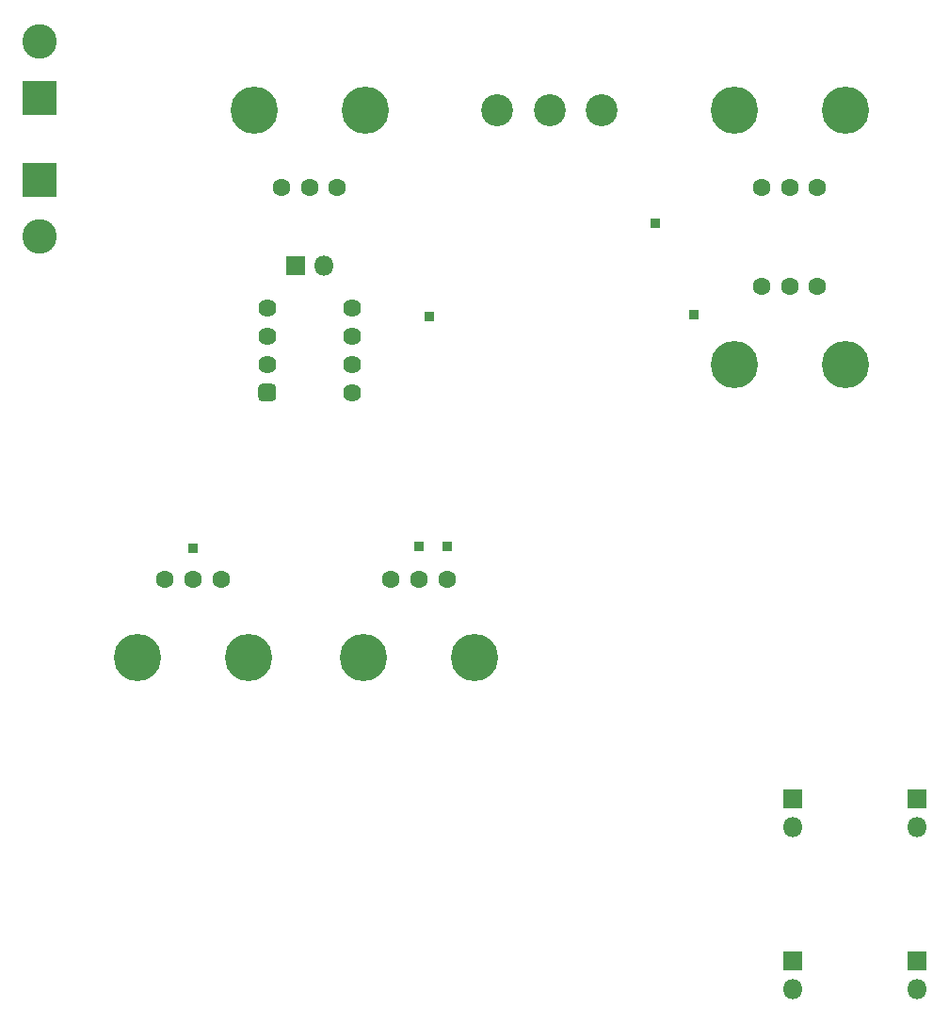
<source format=gbs>
%TF.GenerationSoftware,KiCad,Pcbnew,(5.1.6)-1*%
%TF.CreationDate,2021-04-21T19:08:55-07:00*%
%TF.ProjectId,oscillator,6f736369-6c6c-4617-946f-722e6b696361,rev?*%
%TF.SameCoordinates,Original*%
%TF.FileFunction,Soldermask,Bot*%
%TF.FilePolarity,Negative*%
%FSLAX46Y46*%
G04 Gerber Fmt 4.6, Leading zero omitted, Abs format (unit mm)*
G04 Created by KiCad (PCBNEW (5.1.6)-1) date 2021-04-21 19:08:55*
%MOMM*%
%LPD*%
G01*
G04 APERTURE LIST*
%ADD10C,3.100000*%
%ADD11R,3.100000X3.100000*%
%ADD12O,1.800000X1.800000*%
%ADD13R,1.800000X1.800000*%
%ADD14C,1.600000*%
%ADD15C,4.249000*%
%ADD16C,1.624000*%
%ADD17C,2.875000*%
%ADD18R,0.950000X0.950000*%
G04 APERTURE END LIST*
D10*
%TO.C,J1*%
X7500000Y95080000D03*
D11*
X7500000Y90000000D03*
%TD*%
%TO.C,J2*%
X7500000Y82580000D03*
D10*
X7500000Y77500000D03*
%TD*%
D12*
%TO.C,J3*%
X33020000Y74930000D03*
D13*
X30480000Y74930000D03*
%TD*%
%TO.C,J4*%
X86360000Y12382500D03*
D12*
X86360000Y9842500D03*
%TD*%
%TO.C,J5*%
X75247500Y24447500D03*
D13*
X75247500Y26987500D03*
%TD*%
%TO.C,J6*%
X75247500Y12382500D03*
D12*
X75247500Y9842500D03*
%TD*%
D13*
%TO.C,J7*%
X86360000Y26987500D03*
D12*
X86360000Y24447500D03*
%TD*%
D14*
%TO.C,RV1*%
X34250000Y81900000D03*
X31750000Y81900000D03*
X29250000Y81900000D03*
D15*
X36750000Y88900000D03*
X26750000Y88900000D03*
%TD*%
D14*
%TO.C,RV2*%
X72430000Y73040000D03*
X74930000Y73040000D03*
X77430000Y73040000D03*
D15*
X69930000Y66040000D03*
X79930000Y66040000D03*
%TD*%
%TO.C,RV3*%
X69930000Y88900000D03*
X79930000Y88900000D03*
D14*
X72430000Y81900000D03*
X74930000Y81900000D03*
X77430000Y81900000D03*
%TD*%
D15*
%TO.C,RV4*%
X26272500Y39687500D03*
X16272500Y39687500D03*
D14*
X23772500Y46687500D03*
X21272500Y46687500D03*
X18772500Y46687500D03*
%TD*%
%TO.C,RV5*%
X39092500Y46687500D03*
X41592500Y46687500D03*
X44092500Y46687500D03*
D15*
X36592500Y39687500D03*
X46592500Y39687500D03*
%TD*%
%TO.C,SW1*%
G36*
G01*
X27128000Y63094000D02*
X27128000Y63906000D01*
G75*
G02*
X27534000Y64312000I406000J0D01*
G01*
X28346000Y64312000D01*
G75*
G02*
X28752000Y63906000I0J-406000D01*
G01*
X28752000Y63094000D01*
G75*
G02*
X28346000Y62688000I-406000J0D01*
G01*
X27534000Y62688000D01*
G75*
G02*
X27128000Y63094000I0J406000D01*
G01*
G37*
D16*
X27940000Y68580000D03*
X27940000Y71120000D03*
X35560000Y63500000D03*
X35560000Y66040000D03*
X35560000Y71120000D03*
X27940000Y66040000D03*
X35560000Y68580000D03*
%TD*%
D17*
%TO.C,SW2*%
X48640000Y88900000D03*
X53340000Y88900000D03*
X58040000Y88900000D03*
%TD*%
D18*
%TO.C,TP1*%
X66357500Y70485000D03*
%TD*%
%TO.C,TP2*%
X42545000Y70358000D03*
%TD*%
%TO.C,TP3*%
X62865000Y78740000D03*
%TD*%
%TO.C,TP4*%
X21272500Y49530000D03*
%TD*%
%TO.C,TP5*%
X44100000Y49700000D03*
%TD*%
%TO.C,TP6*%
X41600000Y49700000D03*
%TD*%
M02*

</source>
